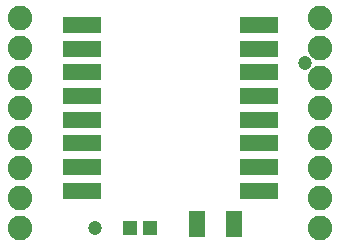
<source format=gbr>
G04 EAGLE Gerber RS-274X export*
G75*
%MOMM*%
%FSLAX34Y34*%
%LPD*%
%INSoldermask Top*%
%IPPOS*%
%AMOC8*
5,1,8,0,0,1.08239X$1,22.5*%
G01*
%ADD10R,3.203200X1.403200*%
%ADD11R,1.303200X1.203200*%
%ADD12C,2.082800*%
%ADD13C,1.203200*%
%ADD14R,1.403200X2.203200*%


D10*
X64700Y124300D03*
X64700Y144300D03*
X64700Y164300D03*
X64700Y184300D03*
X64700Y104300D03*
X64700Y84300D03*
X64700Y64300D03*
X64700Y44300D03*
X214700Y44300D03*
X214700Y64300D03*
X214700Y84300D03*
X214700Y104300D03*
X214700Y124300D03*
X214700Y144300D03*
X214700Y164300D03*
X214700Y184300D03*
D11*
X122800Y12700D03*
X105800Y12700D03*
D12*
X266700Y63500D03*
X266700Y38100D03*
X266700Y12700D03*
X12700Y12700D03*
X12700Y38100D03*
X12700Y190500D03*
X12700Y165100D03*
X12700Y139700D03*
X12700Y114300D03*
X12700Y88900D03*
X12700Y63500D03*
X266700Y190500D03*
X266700Y165100D03*
X266700Y139700D03*
X266700Y114300D03*
X266700Y88900D03*
D13*
X76200Y12700D03*
X254000Y152400D03*
D14*
X161800Y15875D03*
X193800Y15875D03*
M02*

</source>
